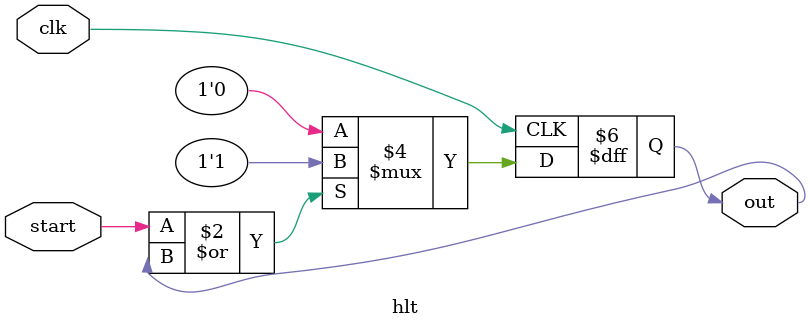
<source format=v>

/**
 mix-fpga is a fpga implementation of Knuth's MIX computer.
 Copyright (C) 2021 Michael Schröder (mi.schroeder@netcologne.de)

 This programm is free software: you can redistribute it and/or modify
 it under the terms of the GNU General Public License as published by
 the Free Software Foundation, either version 3 of the License, or
 (at your option) any later version.

 This program is distributed in the hope that it will be useful,
 but WITHOUT ANY WARRANTY; without even the implied warranty of
 MERCHANTABILITY or FITNESS FOR A PARTICULAR PURPOSE.  See the
 GNU General Public License for more details.

 You should have received a copy of the GNU General Public License
 along with this program.  If not, see <http://www.gnu.org/licenses/>.

 */
// HLT - command 5(2)

`default_nettype none

module hlt(
	input wire clk,
	input wire start,
	output out
);
	reg out;
	always @(posedge clk)
		if (start|out) out <= 1;
		else out <= 0;
endmodule

</source>
